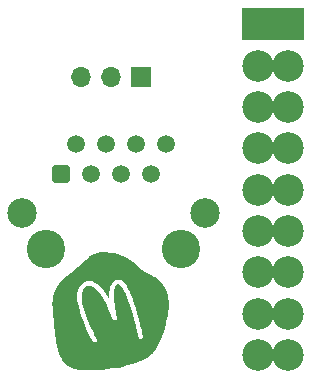
<source format=gbr>
%TF.GenerationSoftware,KiCad,Pcbnew,7.0.5-0*%
%TF.CreationDate,2024-07-25T14:15:13+02:00*%
%TF.ProjectId,rj45-stepper-adapter,726a3435-2d73-4746-9570-7065722d6164,rev?*%
%TF.SameCoordinates,Original*%
%TF.FileFunction,Soldermask,Bot*%
%TF.FilePolarity,Negative*%
%FSLAX46Y46*%
G04 Gerber Fmt 4.6, Leading zero omitted, Abs format (unit mm)*
G04 Created by KiCad (PCBNEW 7.0.5-0) date 2024-07-25 14:15:13*
%MOMM*%
%LPD*%
G01*
G04 APERTURE LIST*
G04 Aperture macros list*
%AMRoundRect*
0 Rectangle with rounded corners*
0 $1 Rounding radius*
0 $2 $3 $4 $5 $6 $7 $8 $9 X,Y pos of 4 corners*
0 Add a 4 corners polygon primitive as box body*
4,1,4,$2,$3,$4,$5,$6,$7,$8,$9,$2,$3,0*
0 Add four circle primitives for the rounded corners*
1,1,$1+$1,$2,$3*
1,1,$1+$1,$4,$5*
1,1,$1+$1,$6,$7*
1,1,$1+$1,$8,$9*
0 Add four rect primitives between the rounded corners*
20,1,$1+$1,$2,$3,$4,$5,0*
20,1,$1+$1,$4,$5,$6,$7,0*
20,1,$1+$1,$6,$7,$8,$9,0*
20,1,$1+$1,$8,$9,$2,$3,0*%
G04 Aperture macros list end*
%ADD10R,2.670000X2.670000*%
%ADD11C,2.670000*%
%ADD12O,1.700000X1.700000*%
%ADD13R,1.700000X1.700000*%
%ADD14C,2.500000*%
%ADD15C,1.500000*%
%ADD16RoundRect,0.250500X-0.499500X-0.499500X0.499500X-0.499500X0.499500X0.499500X-0.499500X0.499500X0*%
%ADD17C,3.250000*%
G04 APERTURE END LIST*
%TO.C,G\u002A\u002A\u002A*%
G36*
X154599995Y-120760078D02*
G01*
X154393223Y-121206846D01*
X154373735Y-121246403D01*
X154286260Y-121418365D01*
X154208213Y-121560624D01*
X154135940Y-121678856D01*
X154065785Y-121778737D01*
X153994094Y-121865943D01*
X153917212Y-121946150D01*
X153844828Y-122013026D01*
X153642284Y-122171650D01*
X153404493Y-122323646D01*
X153133881Y-122468298D01*
X152832876Y-122604888D01*
X152503904Y-122732699D01*
X152149394Y-122851013D01*
X151771772Y-122959114D01*
X151373466Y-123056283D01*
X150956902Y-123141804D01*
X150524508Y-123214959D01*
X150078710Y-123275031D01*
X149621937Y-123321303D01*
X149156616Y-123353057D01*
X149051484Y-123357136D01*
X148911497Y-123360148D01*
X148752226Y-123361761D01*
X148582006Y-123362028D01*
X148409173Y-123361000D01*
X148242062Y-123358729D01*
X148089008Y-123355266D01*
X147958347Y-123350665D01*
X147858413Y-123344976D01*
X147664649Y-123326692D01*
X147450347Y-123295067D01*
X147262167Y-123251977D01*
X147093353Y-123195463D01*
X146937146Y-123123565D01*
X146786788Y-123034326D01*
X146745866Y-123005930D01*
X146620650Y-122904118D01*
X146494581Y-122782395D01*
X146379109Y-122652379D01*
X146285679Y-122525692D01*
X146217498Y-122413474D01*
X146100065Y-122180839D01*
X145994917Y-121916598D01*
X145901541Y-121619227D01*
X145819428Y-121287197D01*
X145748066Y-120918982D01*
X145745153Y-120901695D01*
X145725089Y-120770958D01*
X145703093Y-120609975D01*
X145679612Y-120423346D01*
X145655091Y-120215674D01*
X145629976Y-119991562D01*
X145604712Y-119755612D01*
X145579746Y-119512426D01*
X145555521Y-119266606D01*
X145532486Y-119022755D01*
X145511084Y-118785475D01*
X145491761Y-118559368D01*
X145474964Y-118349036D01*
X145461138Y-118159082D01*
X145450728Y-117994108D01*
X145444181Y-117858716D01*
X145441941Y-117757509D01*
X145449243Y-117532335D01*
X145486738Y-117215887D01*
X145505211Y-117137327D01*
X147527552Y-117137327D01*
X147541014Y-117406422D01*
X147581467Y-117702728D01*
X147648773Y-118025758D01*
X147742800Y-118375027D01*
X147863411Y-118750048D01*
X148010472Y-119150336D01*
X148183848Y-119575405D01*
X148383405Y-120024769D01*
X148402519Y-120066049D01*
X148476412Y-120222209D01*
X148550891Y-120374708D01*
X148623554Y-120518990D01*
X148691998Y-120650500D01*
X148753821Y-120764685D01*
X148806620Y-120856988D01*
X148847992Y-120922855D01*
X148875535Y-120957730D01*
X148925526Y-120988214D01*
X148997532Y-120999135D01*
X149070022Y-120982725D01*
X149133526Y-120943280D01*
X149178573Y-120885097D01*
X149195693Y-120812473D01*
X149193745Y-120804834D01*
X149177722Y-120765166D01*
X149147270Y-120697200D01*
X149104494Y-120605425D01*
X149051501Y-120494329D01*
X148990399Y-120368399D01*
X148923292Y-120232123D01*
X148839440Y-120060995D01*
X148627601Y-119607152D01*
X148443362Y-119178154D01*
X148286819Y-118774303D01*
X148158071Y-118395902D01*
X148057216Y-118043253D01*
X147984352Y-117716659D01*
X147939577Y-117416422D01*
X147922988Y-117142846D01*
X147928651Y-116946327D01*
X147951732Y-116771652D01*
X147993524Y-116624395D01*
X148055212Y-116500439D01*
X148137978Y-116395666D01*
X148211413Y-116329352D01*
X148313423Y-116268553D01*
X148429866Y-116234928D01*
X148570462Y-116224631D01*
X148624270Y-116225029D01*
X148693825Y-116229035D01*
X148749556Y-116240653D01*
X148807346Y-116263840D01*
X148883077Y-116302555D01*
X148975845Y-116359166D01*
X149121742Y-116475085D01*
X149272864Y-116625703D01*
X149427346Y-116808924D01*
X149583324Y-117022653D01*
X149738935Y-117264793D01*
X149738938Y-117264797D01*
X149837387Y-117435490D01*
X149938071Y-117626582D01*
X150042300Y-117840964D01*
X150151387Y-118081528D01*
X150266641Y-118351166D01*
X150389374Y-118652770D01*
X150520898Y-118989230D01*
X150565389Y-119067412D01*
X150628423Y-119119918D01*
X150701407Y-119139838D01*
X150777691Y-119125441D01*
X150850625Y-119074997D01*
X150869722Y-119054466D01*
X150888317Y-119022571D01*
X150893848Y-118980724D01*
X150889813Y-118914599D01*
X150887916Y-118897252D01*
X150877650Y-118826702D01*
X150861510Y-118731892D01*
X150841296Y-118623084D01*
X150818813Y-118510538D01*
X150806647Y-118451027D01*
X150745423Y-118119032D01*
X150698696Y-117804189D01*
X150666443Y-117508635D01*
X150648640Y-117234504D01*
X150645266Y-116983932D01*
X150656297Y-116759053D01*
X150681710Y-116562003D01*
X150721482Y-116394918D01*
X150775591Y-116259933D01*
X150844013Y-116159182D01*
X150901656Y-116106631D01*
X150974673Y-116072701D01*
X151049645Y-116075923D01*
X151129116Y-116116541D01*
X151215628Y-116194798D01*
X151300677Y-116295663D01*
X151413145Y-116459223D01*
X151526674Y-116658476D01*
X151641383Y-116893753D01*
X151757391Y-117165387D01*
X151874817Y-117473710D01*
X151993780Y-117819053D01*
X152114397Y-118201748D01*
X152236788Y-118622127D01*
X152361071Y-119080523D01*
X152487365Y-119577268D01*
X152615788Y-120112692D01*
X152620111Y-120131204D01*
X152654497Y-120277313D01*
X152682010Y-120390689D01*
X152704207Y-120476176D01*
X152722643Y-120538621D01*
X152738875Y-120582869D01*
X152754459Y-120613765D01*
X152770951Y-120636155D01*
X152789907Y-120654884D01*
X152792055Y-120656787D01*
X152863180Y-120699441D01*
X152937825Y-120703904D01*
X153019286Y-120670397D01*
X153042082Y-120656179D01*
X153063919Y-120639729D01*
X153080685Y-120620160D01*
X153092002Y-120594303D01*
X153097491Y-120558989D01*
X153096775Y-120511049D01*
X153089475Y-120447317D01*
X153075213Y-120364624D01*
X153053611Y-120259800D01*
X153024291Y-120129679D01*
X152986874Y-119971092D01*
X152940982Y-119780870D01*
X152886238Y-119555846D01*
X152763354Y-119066049D01*
X152634024Y-118583248D01*
X152505823Y-118138853D01*
X152378608Y-117732530D01*
X152252236Y-117363946D01*
X152126567Y-117032769D01*
X152001457Y-116738666D01*
X151876765Y-116481303D01*
X151752349Y-116260349D01*
X151628065Y-116075469D01*
X151503773Y-115926331D01*
X151379330Y-115812601D01*
X151254594Y-115733948D01*
X151116557Y-115686031D01*
X150976668Y-115675139D01*
X150839886Y-115700498D01*
X150710156Y-115760835D01*
X150591424Y-115854879D01*
X150487634Y-115981357D01*
X150447199Y-116045859D01*
X150389297Y-116158836D01*
X150343452Y-116281628D01*
X150308319Y-116420016D01*
X150282552Y-116579777D01*
X150264808Y-116766692D01*
X150253741Y-116986538D01*
X150241000Y-117357769D01*
X150154876Y-117201461D01*
X150123088Y-117144571D01*
X149958072Y-116873022D01*
X149785919Y-116627302D01*
X149608892Y-116410016D01*
X149429257Y-116223769D01*
X149249277Y-116071165D01*
X149071216Y-115954809D01*
X148936858Y-115892168D01*
X148752969Y-115840057D01*
X148567830Y-115822694D01*
X148385856Y-115838752D01*
X148211461Y-115886904D01*
X148049058Y-115965822D01*
X147903062Y-116074178D01*
X147777887Y-116210644D01*
X147677946Y-116373894D01*
X147625548Y-116495741D01*
X147583795Y-116631873D01*
X147554267Y-116784599D01*
X147534304Y-116964851D01*
X147527552Y-117137327D01*
X145505211Y-117137327D01*
X145557178Y-116916328D01*
X145661786Y-116630509D01*
X145801784Y-116355281D01*
X145978397Y-116087494D01*
X146192846Y-115824000D01*
X146234811Y-115777650D01*
X146324302Y-115683782D01*
X146422094Y-115588161D01*
X146532128Y-115487328D01*
X146658341Y-115377823D01*
X146804675Y-115256184D01*
X146975069Y-115118952D01*
X147173462Y-114962666D01*
X147306917Y-114858211D01*
X147459201Y-114738238D01*
X147588174Y-114635317D01*
X147698248Y-114545661D01*
X147793837Y-114465484D01*
X147879356Y-114390997D01*
X147959218Y-114318416D01*
X148037837Y-114243952D01*
X148119627Y-114163820D01*
X148209000Y-114074233D01*
X148238840Y-114044141D01*
X148346017Y-113937231D01*
X148433306Y-113852996D01*
X148506261Y-113786800D01*
X148570439Y-113734012D01*
X148631392Y-113689996D01*
X148694676Y-113650121D01*
X148765846Y-113609753D01*
X148934003Y-113529410D01*
X149181523Y-113446245D01*
X149449264Y-113392233D01*
X149734139Y-113367154D01*
X150033061Y-113370792D01*
X150342942Y-113402928D01*
X150660695Y-113463344D01*
X150983232Y-113551822D01*
X151307467Y-113668143D01*
X151630312Y-113812090D01*
X151761148Y-113878361D01*
X152023900Y-114026704D01*
X152263003Y-114185642D01*
X152489045Y-114362539D01*
X152712616Y-114564759D01*
X152780691Y-114629794D01*
X152923347Y-114761679D01*
X153051496Y-114871951D01*
X153172944Y-114966082D01*
X153295495Y-115049546D01*
X153426955Y-115127816D01*
X153575128Y-115206363D01*
X153747819Y-115290663D01*
X153855356Y-115342427D01*
X153964830Y-115396592D01*
X154061829Y-115446050D01*
X154138696Y-115486891D01*
X154187770Y-115515205D01*
X154256156Y-115564075D01*
X154360354Y-115652420D01*
X154474786Y-115761711D01*
X154593251Y-115885170D01*
X154709548Y-116016016D01*
X154817476Y-116147470D01*
X154910834Y-116272753D01*
X154983421Y-116385085D01*
X155062800Y-116535371D01*
X155148609Y-116744266D01*
X155213512Y-116969071D01*
X155258586Y-117214654D01*
X155284905Y-117485880D01*
X155293547Y-117787615D01*
X155290974Y-117966220D01*
X155277490Y-118216178D01*
X155251430Y-118467393D01*
X155211644Y-118728325D01*
X155156984Y-119007436D01*
X155086300Y-119313187D01*
X155057439Y-119427783D01*
X154928097Y-119881490D01*
X154776951Y-120321941D01*
X154681211Y-120558989D01*
X154599995Y-120760078D01*
G37*
%TD*%
D10*
%TO.C,J1*%
X165354000Y-94092000D03*
X162814000Y-94092000D03*
D11*
X165354000Y-97592000D03*
X162814000Y-97592000D03*
X165354000Y-101092000D03*
X162814000Y-101092000D03*
X165354000Y-104592000D03*
X162814000Y-104592000D03*
X165354000Y-108092000D03*
X162814000Y-108092000D03*
X165354000Y-111592000D03*
X162814000Y-111592000D03*
X165354000Y-115092000D03*
X162814000Y-115092000D03*
X165354000Y-118592000D03*
X162814000Y-118592000D03*
X165354000Y-122092000D03*
X162814000Y-122092000D03*
%TD*%
D12*
%TO.C,J2*%
X147828000Y-98552000D03*
X150368000Y-98552000D03*
D13*
X152908000Y-98552000D03*
%TD*%
D14*
%TO.C,J3*%
X158367000Y-110021500D03*
X142877000Y-110021500D03*
D15*
X155062000Y-104171500D03*
X153802000Y-106711500D03*
X152522000Y-104171500D03*
X151262000Y-106711500D03*
X149982000Y-104171500D03*
X148722000Y-106711500D03*
X147442000Y-104171500D03*
D16*
X146182000Y-106711500D03*
D17*
X156337000Y-113071500D03*
X144907000Y-113071500D03*
%TD*%
M02*

</source>
